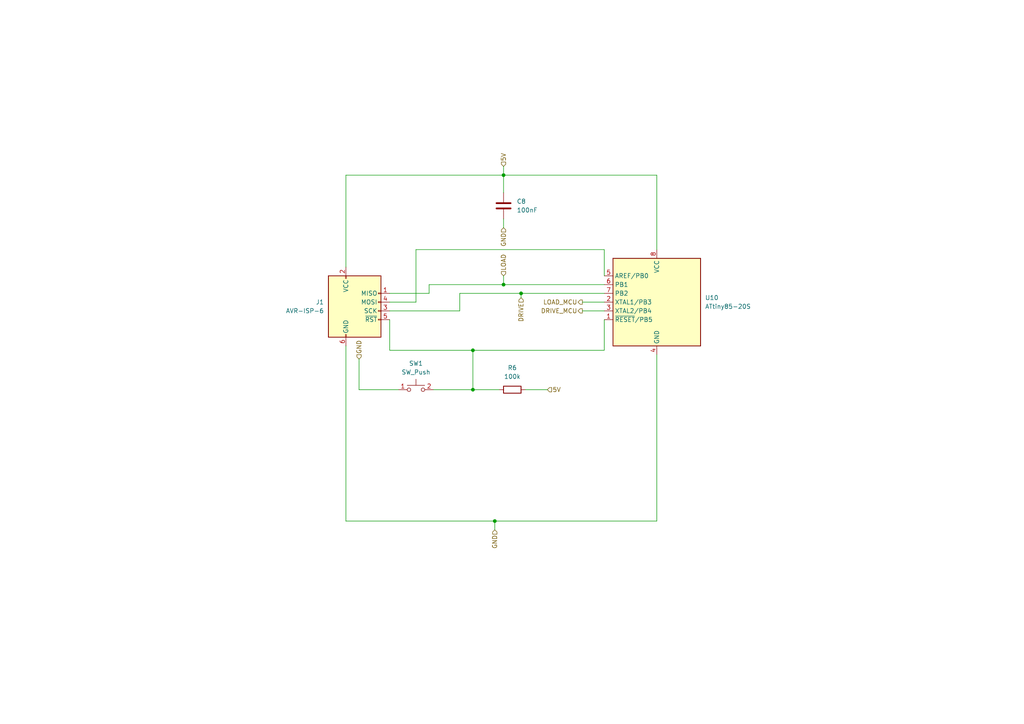
<source format=kicad_sch>
(kicad_sch (version 20211123) (generator eeschema)
  (paper "A4")
  (lib_symbols
    (symbol "Connector:AVR-ISP-6" (pin_names (offset 1.016))
      (property "Reference" "J" (at -6.35 11.43 0))
      (property "Value" "AVR-ISP-6" (at 0 11.43 0))
      (symbol "AVR-ISP-6_0_1"
        (rectangle (start -2.667 -6.858) (end -2.413 -7.62))
        (rectangle (start -2.667 10.16) (end -2.413 9.398))
        (rectangle (start 7.62 -2.413) (end 6.858 -2.667))
        (rectangle (start 7.62 0.127) (end 6.858 -0.127))
        (rectangle (start 7.62 2.667) (end 6.858 2.413))
        (rectangle (start 7.62 5.207) (end 6.858 4.953))
        (rectangle (start 7.62 10.16) (end -7.62 -7.62) (stroke (width 0.254)) (fill (type background)))
      )
      (symbol "AVR-ISP-6_1_1"
        (pin passive line (at 10.16 5.08 180) (length 2.54) (name "MISO") (number "1"))
        (pin passive line (at -2.54 12.7 270) (length 2.54) (name "VCC") (number "2"))
        (pin passive line (at 10.16 0 180) (length 2.54) (name "SCK") (number "3"))
        (pin passive line (at 10.16 2.54 180) (length 2.54) (name "MOSI") (number "4"))
        (pin passive line (at 10.16 -2.54 180) (length 2.54) (name "~{RST}") (number "5"))
        (pin passive line (at -2.54 -10.16 90) (length 2.54) (name "GND") (number "6"))
      )
    )
    (symbol "Device:C" (pin_numbers hide) (pin_names (offset 0.254))
      (property "Reference" "C" (at 0.635 2.54 0))
      (property "Value" "C" (at 0.635 -2.54 0))
      (symbol "C_0_1"
        (polyline (pts (xy -2.032 -0.762) (xy 2.032 -0.762)) (stroke (width 0.508)))
        (polyline (pts (xy -2.032 0.762) (xy 2.032 0.762)) (stroke (width 0.508)))
      )
      (symbol "C_1_1"
        (pin passive line (at 0 3.81 270) (length 2.794) (name "~") (number "1"))
        (pin passive line (at 0 -3.81 90) (length 2.794) (name "~") (number "2"))
      )
    )
    (symbol "Device:R" (pin_numbers hide) (pin_names (offset 0))
      (property "Reference" "R" (at 2.032 0 90))
      (property "Value" "R" (at 0 0 90))
      (symbol "R_0_1"
        (rectangle (start -1.016 -2.54) (end 1.016 2.54) (stroke (width 0.254)))
      )
      (symbol "R_1_1"
        (pin passive line (at 0 3.81 270) (length 1.27) (name "~") (number "1"))
        (pin passive line (at 0 -3.81 90) (length 1.27) (name "~") (number "2"))
      )
    )
    (symbol "Eralp's Library:SW_Push" (pin_names (offset 1.016) hide)
      (property "Reference" "SW" (at 1.27 2.54 0))
      (property "Value" "SW_Push" (at 0 -1.524 0))
      (symbol "SW_Push_0_1"
        (circle (center -2.032 0) (radius 0.508))
        (polyline (pts (xy 0 1.27) (xy 0 3.048)))
        (polyline (pts (xy 2.54 1.27) (xy -2.54 1.27)))
        (circle (center 2.032 0) (radius 0.508))
        (pin passive line (at -5.08 0 0) (length 2.54) (name "1") (number "1"))
        (pin passive line (at 5.08 0 180) (length 2.54) (name "2") (number "2"))
      )
    )
    (symbol "MCU_Microchip_ATtiny:ATtiny85-20S"
      (property "Reference" "U" (at -12.7 13.97 0))
      (property "Value" "ATtiny85-20S" (at 2.54 -13.97 0))
      (symbol "ATtiny85-20S_0_1"
        (rectangle (start -12.7 -12.7) (end 12.7 12.7) (stroke (width 0.254)) (fill (type background)))
      )
      (symbol "ATtiny85-20S_1_1"
        (pin bidirectional line (at 15.24 -5.08 180) (length 2.54) (name "~{RESET}/PB5") (number "1"))
        (pin bidirectional line (at 15.24 0 180) (length 2.54) (name "XTAL1/PB3") (number "2"))
        (pin bidirectional line (at 15.24 -2.54 180) (length 2.54) (name "XTAL2/PB4") (number "3"))
        (pin power_in line (at 0 -15.24 90) (length 2.54) (name "GND") (number "4"))
        (pin bidirectional line (at 15.24 7.62 180) (length 2.54) (name "AREF/PB0") (number "5"))
        (pin bidirectional line (at 15.24 5.08 180) (length 2.54) (name "PB1") (number "6"))
        (pin bidirectional line (at 15.24 2.54 180) (length 2.54) (name "PB2") (number "7"))
        (pin power_in line (at 0 15.24 270) (length 2.54) (name "VCC") (number "8"))
      )
    )
  )
  (junction (at 137.16 113.03))
  (junction (at 151.13 85.09))
  (junction (at 146.05 82.55))
  (junction (at 146.05 50.8))
  (junction (at 143.51 151.13))
  (junction (at 137.16 101.6))
  (wire (pts (xy 175.26 72.39) (xy 175.26 80.01)))
  (wire (pts (xy 113.03 92.71) (xy 113.03 101.6)))
  (wire (pts (xy 104.14 104.14) (xy 104.14 113.03)))
  (wire (pts (xy 190.5 102.87) (xy 190.5 151.13)))
  (wire (pts (xy 151.13 85.09) (xy 175.26 85.09)))
  (wire (pts (xy 151.13 85.09) (xy 151.13 86.36)))
  (wire (pts (xy 100.33 50.8) (xy 146.05 50.8)))
  (wire (pts (xy 113.03 90.17) (xy 133.35 90.17)))
  (wire (pts (xy 146.05 50.8) (xy 146.05 55.88)))
  (wire (pts (xy 137.16 113.03) (xy 144.78 113.03)))
  (wire (pts (xy 143.51 151.13) (xy 190.5 151.13)))
  (wire (pts (xy 133.35 90.17) (xy 133.35 85.09)))
  (wire (pts (xy 113.03 101.6) (xy 137.16 101.6)))
  (wire (pts (xy 100.33 100.33) (xy 100.33 151.13)))
  (wire (pts (xy 168.91 87.63) (xy 175.26 87.63)))
  (wire (pts (xy 100.33 77.47) (xy 100.33 50.8)))
  (wire (pts (xy 113.03 87.63) (xy 120.65 87.63)))
  (wire (pts (xy 113.03 85.09) (xy 124.46 85.09)))
  (wire (pts (xy 137.16 101.6) (xy 175.26 101.6)))
  (wire (pts (xy 143.51 151.13) (xy 143.51 153.67)))
  (wire (pts (xy 120.65 87.63) (xy 120.65 72.39)))
  (wire (pts (xy 146.05 48.26) (xy 146.05 50.8)))
  (wire (pts (xy 104.14 113.03) (xy 115.57 113.03)))
  (wire (pts (xy 152.4 113.03) (xy 158.75 113.03)))
  (wire (pts (xy 146.05 63.5) (xy 146.05 66.04)))
  (wire (pts (xy 133.35 85.09) (xy 151.13 85.09)))
  (wire (pts (xy 124.46 85.09) (xy 124.46 82.55)))
  (wire (pts (xy 146.05 80.01) (xy 146.05 82.55)))
  (wire (pts (xy 175.26 101.6) (xy 175.26 92.71)))
  (wire (pts (xy 137.16 101.6) (xy 137.16 113.03)))
  (wire (pts (xy 146.05 50.8) (xy 190.5 50.8)))
  (wire (pts (xy 190.5 50.8) (xy 190.5 72.39)))
  (wire (pts (xy 125.73 113.03) (xy 137.16 113.03)))
  (wire (pts (xy 120.65 72.39) (xy 175.26 72.39)))
  (wire (pts (xy 124.46 82.55) (xy 146.05 82.55)))
  (wire (pts (xy 168.91 90.17) (xy 175.26 90.17)))
  (wire (pts (xy 146.05 82.55) (xy 175.26 82.55)))
  (wire (pts (xy 100.33 151.13) (xy 143.51 151.13)))
  (hierarchical_label "GND" (shape input) (at 104.14 104.14 90))
  (hierarchical_label "DRIVE_MCU" (shape output) (at 168.91 90.17 180))
  (hierarchical_label "GND" (shape input) (at 143.51 153.67 270))
  (hierarchical_label "LOAD_MCU" (shape output) (at 168.91 87.63 180))
  (hierarchical_label "5V" (shape input) (at 158.75 113.03 0))
  (hierarchical_label "DRIVE" (shape input) (at 151.13 86.36 270))
  (hierarchical_label "GND" (shape input) (at 146.05 66.04 270))
  (hierarchical_label "LOAD" (shape input) (at 146.05 80.01 90))
  (hierarchical_label "5V" (shape input) (at 146.05 48.26 90))
  (symbol (lib_id "MCU_Microchip_ATtiny:ATtiny85-20S") (at 190.5 87.63 0) (mirror y) (unit 1)
    (property "Reference" "U10" (at 204.47 86.3599 0) (effects (justify right)))
    (property "Value" "ATtiny85-20S" (at 204.47 88.8999 0) (effects (justify right)))
    (property "Footprint" "Package_SO:SOIC-8W_5.3x5.3mm_P1.27mm" (effects hide))
    (property "Datasheet" "http://ww1.microchip.com/downloads/en/DeviceDoc/atmel-2586-avr-8-bit-microcontroller-attiny25-attiny45-attiny85_datasheet.pdf" (effects hide))
  )
  (symbol (lib_id "Device:C") (at 146.05 59.69 0) (unit 1)
    (property "Reference" "C8" (at 149.86 58.4199 0) (effects (justify left)))
    (property "Value" "100nF" (at 149.86 60.9599 0) (effects (justify left)))
    (property "Footprint" "Capacitor_SMD:C_0805_2012Metric_Pad1.18x1.45mm_HandSolder" (effects hide))
  )
  (symbol (lib_id "Connector:AVR-ISP-6") (at 102.87 90.17 0) (unit 1)
    (property "Reference" "J1" (at 93.98 87.6299 0) (effects (justify right)))
    (property "Value" "AVR-ISP-6" (at 93.98 90.1699 0) (effects (justify right)))
    (property "Footprint" "Connector_PinHeader_2.00mm:PinHeader_2x03_P2.00mm_Vertical" (effects hide))
    (property "Datasheet" " ~" (effects hide))
  )
  (symbol (lib_id "Device:R") (at 148.59 113.03 90) (unit 1)
    (property "Reference" "R6" (at 148.59 106.68 90))
    (property "Value" "100k" (at 148.59 109.22 90))
    (property "Footprint" "Resistor_SMD:R_0805_2012Metric_Pad1.20x1.40mm_HandSolder" (effects hide))
  )
  (symbol (lib_id "Eralp's Library:SW_Push") (at 120.65 113.03 0) (unit 1)
    (property "Reference" "SW1" (at 120.65 105.41 0))
    (property "Value" "SW_Push" (at 120.65 107.95 0))
    (property "Footprint" "Button_Switch_SMD:13019319" (effects hide))
  )
)
</source>
